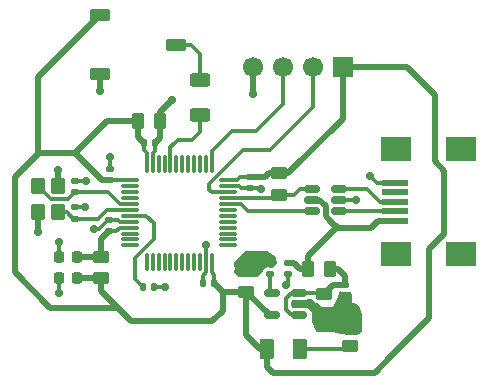
<source format=gtl>
%TF.GenerationSoftware,KiCad,Pcbnew,9.0.5*%
%TF.CreationDate,2025-11-09T16:32:06+01:00*%
%TF.ProjectId,PTP,5054502e-6b69-4636-9164-5f7063625858,rev?*%
%TF.SameCoordinates,Original*%
%TF.FileFunction,Copper,L1,Top*%
%TF.FilePolarity,Positive*%
%FSLAX46Y46*%
G04 Gerber Fmt 4.6, Leading zero omitted, Abs format (unit mm)*
G04 Created by KiCad (PCBNEW 9.0.5) date 2025-11-09 16:32:06*
%MOMM*%
%LPD*%
G01*
G04 APERTURE LIST*
G04 Aperture macros list*
%AMRoundRect*
0 Rectangle with rounded corners*
0 $1 Rounding radius*
0 $2 $3 $4 $5 $6 $7 $8 $9 X,Y pos of 4 corners*
0 Add a 4 corners polygon primitive as box body*
4,1,4,$2,$3,$4,$5,$6,$7,$8,$9,$2,$3,0*
0 Add four circle primitives for the rounded corners*
1,1,$1+$1,$2,$3*
1,1,$1+$1,$4,$5*
1,1,$1+$1,$6,$7*
1,1,$1+$1,$8,$9*
0 Add four rect primitives between the rounded corners*
20,1,$1+$1,$2,$3,$4,$5,0*
20,1,$1+$1,$4,$5,$6,$7,0*
20,1,$1+$1,$6,$7,$8,$9,0*
20,1,$1+$1,$8,$9,$2,$3,0*%
G04 Aperture macros list end*
%TA.AperFunction,SMDPad,CuDef*%
%ADD10R,2.300000X0.500000*%
%TD*%
%TA.AperFunction,SMDPad,CuDef*%
%ADD11R,2.299996X0.500000*%
%TD*%
%TA.AperFunction,SMDPad,CuDef*%
%ADD12R,2.500000X2.000000*%
%TD*%
%TA.AperFunction,SMDPad,CuDef*%
%ADD13R,2.500000X1.999992*%
%TD*%
%TA.AperFunction,SMDPad,CuDef*%
%ADD14RoundRect,0.140000X0.170000X-0.140000X0.170000X0.140000X-0.170000X0.140000X-0.170000X-0.140000X0*%
%TD*%
%TA.AperFunction,SMDPad,CuDef*%
%ADD15RoundRect,0.140000X-0.170000X0.140000X-0.170000X-0.140000X0.170000X-0.140000X0.170000X0.140000X0*%
%TD*%
%TA.AperFunction,SMDPad,CuDef*%
%ADD16RoundRect,0.140000X0.140000X0.170000X-0.140000X0.170000X-0.140000X-0.170000X0.140000X-0.170000X0*%
%TD*%
%TA.AperFunction,SMDPad,CuDef*%
%ADD17RoundRect,0.150000X0.512500X0.150000X-0.512500X0.150000X-0.512500X-0.150000X0.512500X-0.150000X0*%
%TD*%
%TA.AperFunction,SMDPad,CuDef*%
%ADD18RoundRect,0.250000X0.450000X-0.262500X0.450000X0.262500X-0.450000X0.262500X-0.450000X-0.262500X0*%
%TD*%
%TA.AperFunction,SMDPad,CuDef*%
%ADD19RoundRect,0.225000X0.225000X0.250000X-0.225000X0.250000X-0.225000X-0.250000X0.225000X-0.250000X0*%
%TD*%
%TA.AperFunction,SMDPad,CuDef*%
%ADD20RoundRect,0.140000X-0.140000X-0.170000X0.140000X-0.170000X0.140000X0.170000X-0.140000X0.170000X0*%
%TD*%
%TA.AperFunction,SMDPad,CuDef*%
%ADD21RoundRect,0.250000X-0.350000X0.450000X-0.350000X-0.450000X0.350000X-0.450000X0.350000X0.450000X0*%
%TD*%
%TA.AperFunction,SMDPad,CuDef*%
%ADD22RoundRect,0.250000X-0.450000X0.262500X-0.450000X-0.262500X0.450000X-0.262500X0.450000X0.262500X0*%
%TD*%
%TA.AperFunction,SMDPad,CuDef*%
%ADD23RoundRect,0.250000X-0.262500X-0.450000X0.262500X-0.450000X0.262500X0.450000X-0.262500X0.450000X0*%
%TD*%
%TA.AperFunction,SMDPad,CuDef*%
%ADD24RoundRect,0.075000X-0.662500X-0.075000X0.662500X-0.075000X0.662500X0.075000X-0.662500X0.075000X0*%
%TD*%
%TA.AperFunction,SMDPad,CuDef*%
%ADD25RoundRect,0.075000X-0.075000X-0.662500X0.075000X-0.662500X0.075000X0.662500X-0.075000X0.662500X0*%
%TD*%
%TA.AperFunction,SMDPad,CuDef*%
%ADD26RoundRect,0.250000X0.375000X0.625000X-0.375000X0.625000X-0.375000X-0.625000X0.375000X-0.625000X0*%
%TD*%
%TA.AperFunction,ComponentPad*%
%ADD27R,1.700000X1.700000*%
%TD*%
%TA.AperFunction,ComponentPad*%
%ADD28C,1.700000*%
%TD*%
%TA.AperFunction,SMDPad,CuDef*%
%ADD29RoundRect,0.250000X-0.625000X0.312500X-0.625000X-0.312500X0.625000X-0.312500X0.625000X0.312500X0*%
%TD*%
%TA.AperFunction,SMDPad,CuDef*%
%ADD30RoundRect,0.050000X-0.800000X0.450000X-0.800000X-0.450000X0.800000X-0.450000X0.800000X0.450000X0*%
%TD*%
%TA.AperFunction,ViaPad*%
%ADD31C,0.700000*%
%TD*%
%TA.AperFunction,Conductor*%
%ADD32C,0.500000*%
%TD*%
%TA.AperFunction,Conductor*%
%ADD33C,0.300000*%
%TD*%
G04 APERTURE END LIST*
D10*
%TO.P,CON1,1,VCC*%
%TO.N,+VCC*%
X220500000Y-117900000D03*
%TO.P,CON1,2,D-*%
%TO.N,/D-*%
X220500000Y-117100000D03*
%TO.P,CON1,3,D+*%
%TO.N,/D+*%
X220500000Y-116300000D03*
D11*
%TO.P,CON1,4,ID*%
%TO.N,unconnected-(CON1-ID-Pad4)*%
X220500002Y-115500000D03*
D10*
%TO.P,CON1,5,GND*%
%TO.N,GND*%
X220500000Y-114700000D03*
D12*
%TO.P,CON1,6,EH*%
%TO.N,unconnected-(CON1-EH-Pad6)*%
X220600000Y-120750000D03*
D13*
X226100000Y-120750000D03*
D12*
X220600000Y-111850000D03*
D13*
X226100000Y-111850000D03*
%TD*%
D14*
%TO.P,C11,1*%
%TO.N,/HSE_OUT*%
X193450000Y-117730000D03*
%TO.P,C11,2*%
%TO.N,GND*%
X193450000Y-116770000D03*
%TD*%
D15*
%TO.P,C4,1*%
%TO.N,+3V3*%
X208200000Y-114200000D03*
%TO.P,C4,2*%
%TO.N,GND*%
X208200000Y-115160000D03*
%TD*%
D14*
%TO.P,C15,1*%
%TO.N,/BP*%
X209912500Y-122460000D03*
%TO.P,C15,2*%
%TO.N,GND*%
X209912500Y-121500000D03*
%TD*%
D16*
%TO.P,C9,1*%
%TO.N,GND*%
X200110000Y-123500000D03*
%TO.P,C9,2*%
%TO.N,/NRST*%
X199150000Y-123500000D03*
%TD*%
D17*
%TO.P,U2,1,I/O1*%
%TO.N,/D-*%
X215800000Y-117100000D03*
%TO.P,U2,2,GND*%
%TO.N,GND*%
X215800000Y-116150000D03*
%TO.P,U2,3,I/O2*%
%TO.N,/D+*%
X215800000Y-115200000D03*
%TO.P,U2,4,I/O2*%
%TO.N,/USB_D+*%
X213525000Y-115200000D03*
%TO.P,U2,5,VBUS*%
%TO.N,+VCC*%
X213525000Y-116150000D03*
%TO.P,U2,6,I/O1*%
%TO.N,/USB_D-*%
X213525000Y-117100000D03*
%TD*%
D18*
%TO.P,C16,1*%
%TO.N,+3V3*%
X207912500Y-123912500D03*
%TO.P,C16,2*%
%TO.N,GND*%
X207912500Y-122087500D03*
%TD*%
%TO.P,R4,1*%
%TO.N,/PWR_LED_K*%
X216700000Y-128512500D03*
%TO.P,R4,2*%
%TO.N,GND*%
X216700000Y-126687500D03*
%TD*%
D19*
%TO.P,C8,1*%
%TO.N,+3V3*%
X193600000Y-122787500D03*
%TO.P,C8,2*%
%TO.N,GND*%
X192050000Y-122787500D03*
%TD*%
D14*
%TO.P,C10,1*%
%TO.N,/HSE_IN*%
X193450000Y-115480000D03*
%TO.P,C10,2*%
%TO.N,GND*%
X193450000Y-114520000D03*
%TD*%
D20*
%TO.P,C2,1*%
%TO.N,+3V3*%
X199240000Y-111300000D03*
%TO.P,C2,2*%
%TO.N,GND*%
X200200000Y-111300000D03*
%TD*%
D19*
%TO.P,C7,1*%
%TO.N,+3V3A*%
X193600000Y-121000000D03*
%TO.P,C7,2*%
%TO.N,GND*%
X192050000Y-121000000D03*
%TD*%
D16*
%TO.P,C5,1*%
%TO.N,+3V3*%
X205200000Y-123200000D03*
%TO.P,C5,2*%
%TO.N,GND*%
X204240000Y-123200000D03*
%TD*%
D21*
%TO.P,Y1,1,1*%
%TO.N,/HSE_IN*%
X190300000Y-115000000D03*
%TO.P,Y1,2,2*%
%TO.N,GND*%
X190300000Y-117200000D03*
%TO.P,Y1,3,3*%
%TO.N,/HSE_OUT*%
X192000000Y-117200000D03*
%TO.P,Y1,4,4*%
%TO.N,GND*%
X192000000Y-115000000D03*
%TD*%
D22*
%TO.P,R2,1*%
%TO.N,+3V3*%
X210700000Y-113887500D03*
%TO.P,R2,2*%
%TO.N,/USB_D+*%
X210700000Y-115712500D03*
%TD*%
D23*
%TO.P,C1,1*%
%TO.N,+3V3*%
X198787500Y-109500000D03*
%TO.P,C1,2*%
%TO.N,GND*%
X200612500Y-109500000D03*
%TD*%
D24*
%TO.P,U1,1,VBAT*%
%TO.N,+3V3*%
X198087500Y-114500000D03*
%TO.P,U1,2,PC13*%
%TO.N,unconnected-(U1-PC13-Pad2)*%
X198087500Y-115000000D03*
%TO.P,U1,3,PC14*%
%TO.N,unconnected-(U1-PC14-Pad3)*%
X198087500Y-115500000D03*
%TO.P,U1,4,PC15*%
%TO.N,unconnected-(U1-PC15-Pad4)*%
X198087500Y-116000000D03*
%TO.P,U1,5,PD0*%
%TO.N,/HSE_IN*%
X198087500Y-116500000D03*
%TO.P,U1,6,PD1*%
%TO.N,/HSE_OUT*%
X198087500Y-117000000D03*
%TO.P,U1,7,NRST*%
%TO.N,/NRST*%
X198087500Y-117500000D03*
%TO.P,U1,8,VSSA*%
%TO.N,GND*%
X198087500Y-118000000D03*
%TO.P,U1,9,VDDA*%
%TO.N,+3V3A*%
X198087500Y-118500000D03*
%TO.P,U1,10,PA0*%
%TO.N,unconnected-(U1-PA0-Pad10)*%
X198087500Y-119000000D03*
%TO.P,U1,11,PA1*%
%TO.N,unconnected-(U1-PA1-Pad11)*%
X198087500Y-119500000D03*
%TO.P,U1,12,PA2*%
%TO.N,unconnected-(U1-PA2-Pad12)*%
X198087500Y-120000000D03*
D25*
%TO.P,U1,13,PA3*%
%TO.N,unconnected-(U1-PA3-Pad13)*%
X199500000Y-121412500D03*
%TO.P,U1,14,PA4*%
%TO.N,unconnected-(U1-PA4-Pad14)*%
X200000000Y-121412500D03*
%TO.P,U1,15,PA5*%
%TO.N,unconnected-(U1-PA5-Pad15)*%
X200500000Y-121412500D03*
%TO.P,U1,16,PA6*%
%TO.N,unconnected-(U1-PA6-Pad16)*%
X201000000Y-121412500D03*
%TO.P,U1,17,PA7*%
%TO.N,unconnected-(U1-PA7-Pad17)*%
X201500000Y-121412500D03*
%TO.P,U1,18,PB0*%
%TO.N,unconnected-(U1-PB0-Pad18)*%
X202000000Y-121412500D03*
%TO.P,U1,19,PB1*%
%TO.N,unconnected-(U1-PB1-Pad19)*%
X202500000Y-121412500D03*
%TO.P,U1,20,PB2*%
%TO.N,unconnected-(U1-PB2-Pad20)*%
X203000000Y-121412500D03*
%TO.P,U1,21,PB10*%
%TO.N,unconnected-(U1-PB10-Pad21)*%
X203500000Y-121412500D03*
%TO.P,U1,22,PB11*%
%TO.N,unconnected-(U1-PB11-Pad22)*%
X204000000Y-121412500D03*
%TO.P,U1,23,VSS_1*%
%TO.N,GND*%
X204500000Y-121412500D03*
%TO.P,U1,24,VDD_1*%
%TO.N,+3V3*%
X205000000Y-121412500D03*
D24*
%TO.P,U1,25,PB12*%
%TO.N,unconnected-(U1-PB12-Pad25)*%
X206412500Y-120000000D03*
%TO.P,U1,26,PB13*%
%TO.N,unconnected-(U1-PB13-Pad26)*%
X206412500Y-119500000D03*
%TO.P,U1,27,PB14*%
%TO.N,unconnected-(U1-PB14-Pad27)*%
X206412500Y-119000000D03*
%TO.P,U1,28,PB15*%
%TO.N,unconnected-(U1-PB15-Pad28)*%
X206412500Y-118500000D03*
%TO.P,U1,29,PA8*%
%TO.N,unconnected-(U1-PA8-Pad29)*%
X206412500Y-118000000D03*
%TO.P,U1,30,PA9*%
%TO.N,unconnected-(U1-PA9-Pad30)*%
X206412500Y-117500000D03*
%TO.P,U1,31,PA10*%
%TO.N,unconnected-(U1-PA10-Pad31)*%
X206412500Y-117000000D03*
%TO.P,U1,32,PA11*%
%TO.N,/USB_D-*%
X206412500Y-116500000D03*
%TO.P,U1,33,PA12*%
%TO.N,/USB_D+*%
X206412500Y-116000000D03*
%TO.P,U1,34,PA13*%
%TO.N,/SWDIO*%
X206412500Y-115500000D03*
%TO.P,U1,35,VSS_2*%
%TO.N,GND*%
X206412500Y-115000000D03*
%TO.P,U1,36,VDD_2*%
%TO.N,+3V3*%
X206412500Y-114500000D03*
D25*
%TO.P,U1,37,PA14*%
%TO.N,/SWCLK*%
X205000000Y-113087500D03*
%TO.P,U1,38,PA15*%
%TO.N,unconnected-(U1-PA15-Pad38)*%
X204500000Y-113087500D03*
%TO.P,U1,39,PB3*%
%TO.N,unconnected-(U1-PB3-Pad39)*%
X204000000Y-113087500D03*
%TO.P,U1,40,PB4*%
%TO.N,unconnected-(U1-PB4-Pad40)*%
X203500000Y-113087500D03*
%TO.P,U1,41,PB5*%
%TO.N,unconnected-(U1-PB5-Pad41)*%
X203000000Y-113087500D03*
%TO.P,U1,42,PB6*%
%TO.N,unconnected-(U1-PB6-Pad42)*%
X202500000Y-113087500D03*
%TO.P,U1,43,PB7*%
%TO.N,unconnected-(U1-PB7-Pad43)*%
X202000000Y-113087500D03*
%TO.P,U1,44,BOOT0*%
%TO.N,/BOOT0*%
X201500000Y-113087500D03*
%TO.P,U1,45,PB8*%
%TO.N,unconnected-(U1-PB8-Pad45)*%
X201000000Y-113087500D03*
%TO.P,U1,46,PB9*%
%TO.N,unconnected-(U1-PB9-Pad46)*%
X200500000Y-113087500D03*
%TO.P,U1,47,VSS_3*%
%TO.N,GND*%
X200000000Y-113087500D03*
%TO.P,U1,48,VDD_3*%
%TO.N,+3V3*%
X199500000Y-113087500D03*
%TD*%
D14*
%TO.P,C6,1*%
%TO.N,+3V3A*%
X196300000Y-118780000D03*
%TO.P,C6,2*%
%TO.N,GND*%
X196300000Y-117820000D03*
%TD*%
D22*
%TO.P,C14,1*%
%TO.N,/IN*%
X214525000Y-124100000D03*
%TO.P,C14,2*%
%TO.N,GND*%
X214525000Y-125925000D03*
%TD*%
D26*
%TO.P,D1,1,K*%
%TO.N,/PWR_LED_K*%
X212450000Y-128800000D03*
%TO.P,D1,2,A*%
%TO.N,+3V3*%
X209650000Y-128800000D03*
%TD*%
D14*
%TO.P,C3,1*%
%TO.N,+3V3*%
X196400000Y-114500000D03*
%TO.P,C3,2*%
%TO.N,GND*%
X196400000Y-113540000D03*
%TD*%
D27*
%TO.P,J1,1,Pin_1*%
%TO.N,+3V3*%
X216080000Y-104900000D03*
D28*
%TO.P,J1,2,Pin_2*%
%TO.N,/SWDIO*%
X213540000Y-104900000D03*
%TO.P,J1,3,Pin_3*%
%TO.N,/SWCLK*%
X211000000Y-104900000D03*
%TO.P,J1,4,Pin_4*%
%TO.N,GND*%
X208460000Y-104900000D03*
%TD*%
D17*
%TO.P,U3,1,IN*%
%TO.N,/IN*%
X212412500Y-125900000D03*
%TO.P,U3,2,GND*%
%TO.N,GND*%
X212412500Y-124950000D03*
%TO.P,U3,3,EN*%
%TO.N,/IN*%
X212412500Y-124000000D03*
%TO.P,U3,4,BP*%
%TO.N,/BP*%
X210137500Y-124000000D03*
%TO.P,U3,5,OUT*%
%TO.N,+3V3*%
X210137500Y-125900000D03*
%TD*%
D22*
%TO.P,FB1,1*%
%TO.N,+3V3A*%
X195600000Y-120975000D03*
%TO.P,FB1,2*%
%TO.N,+3V3*%
X195600000Y-122800000D03*
%TD*%
D29*
%TO.P,R1,1*%
%TO.N,/SW_BOOT0*%
X204000000Y-106037500D03*
%TO.P,R1,2*%
%TO.N,/BOOT0*%
X204000000Y-108962500D03*
%TD*%
D23*
%TO.P,R3,1*%
%TO.N,+VCC*%
X213162500Y-122000000D03*
%TO.P,R3,2*%
%TO.N,/IN*%
X214987500Y-122000000D03*
%TD*%
D30*
%TO.P,SW1,1,A*%
%TO.N,+3V3*%
X195500000Y-100500000D03*
%TO.P,SW1,2,B*%
%TO.N,/SW_BOOT0*%
X202000000Y-103000000D03*
%TO.P,SW1,3,C*%
%TO.N,GND*%
X195500000Y-105500000D03*
%TD*%
D15*
%TO.P,C13,1*%
%TO.N,/IN*%
X216275000Y-123350000D03*
%TO.P,C13,2*%
%TO.N,GND*%
X216275000Y-124310000D03*
%TD*%
%TO.P,C12,1*%
%TO.N,+VCC*%
X211412500Y-121500000D03*
%TO.P,C12,2*%
%TO.N,GND*%
X211412500Y-122460000D03*
%TD*%
D31*
%TO.N,GND*%
X201000000Y-123500000D03*
X209000000Y-120950000D03*
X192050000Y-119750000D03*
X217250000Y-116150000D03*
X201600000Y-107700000D03*
X204500000Y-120000000D03*
X190300000Y-118850000D03*
X218400000Y-114100000D03*
X192050000Y-124000000D03*
X192000000Y-113600000D03*
X209200000Y-115200000D03*
X217000000Y-125500000D03*
X211250000Y-123350000D03*
X208250000Y-120950000D03*
X214550000Y-126900000D03*
X196400000Y-112500000D03*
X195000000Y-118600000D03*
X194300000Y-116750000D03*
X195500000Y-106900000D03*
X208450000Y-107200000D03*
X194330000Y-114520000D03*
X216050000Y-125500000D03*
%TD*%
D32*
%TO.N,+3V3*%
X221500000Y-104900000D02*
X216080000Y-104900000D01*
X223900000Y-107300000D02*
X221500000Y-104900000D01*
X223900000Y-112900000D02*
X223900000Y-107300000D01*
X224700000Y-113700000D02*
X223900000Y-112900000D01*
X224700000Y-119050000D02*
X224700000Y-113700000D01*
X223400000Y-120350000D02*
X224700000Y-119050000D01*
X220200000Y-129400000D02*
X220200000Y-129350000D01*
X218800000Y-130800000D02*
X220200000Y-129400000D01*
X220200000Y-129350000D02*
X223400000Y-126150000D01*
X209650000Y-130300000D02*
X210150000Y-130800000D01*
X209650000Y-128800000D02*
X209650000Y-130300000D01*
X223400000Y-126150000D02*
X223400000Y-120350000D01*
X210150000Y-130800000D02*
X218800000Y-130800000D01*
%TO.N,+VCC*%
X218500000Y-118500000D02*
X215635400Y-118500000D01*
X215635400Y-118500000D02*
X215035400Y-117900000D01*
X219100000Y-117900000D02*
X218500000Y-118500000D01*
X220500000Y-117900000D02*
X219100000Y-117900000D01*
X215617700Y-118482300D02*
X213162500Y-120937500D01*
X213162500Y-120937500D02*
X213162500Y-122000000D01*
X215035400Y-117900000D02*
X215617700Y-118482300D01*
D33*
%TO.N,+3V3*%
X199500000Y-112200000D02*
X199240000Y-111940000D01*
D32*
X188300000Y-114200000D02*
X190250000Y-112250000D01*
X207912500Y-123912500D02*
X205912500Y-123912500D01*
D33*
X205000000Y-121412500D02*
X205000000Y-122300000D01*
D32*
X198787500Y-109500000D02*
X196100000Y-109500000D01*
X193400000Y-112200000D02*
X195700000Y-114500000D01*
X209900000Y-125900000D02*
X207912500Y-123912500D01*
D33*
X207400000Y-114200000D02*
X208200000Y-114200000D01*
X207100000Y-114500000D02*
X207400000Y-114200000D01*
D32*
X193612500Y-122800000D02*
X193600000Y-122787500D01*
D33*
X206412500Y-114500000D02*
X207100000Y-114500000D01*
D32*
X188300000Y-122300000D02*
X188300000Y-114200000D01*
X195700000Y-114500000D02*
X196400000Y-114500000D01*
X209500000Y-114200000D02*
X208200000Y-114200000D01*
X195500000Y-100500000D02*
X190250000Y-105750000D01*
X210700000Y-113887500D02*
X211462500Y-113887500D01*
X207912500Y-127612500D02*
X207912500Y-123912500D01*
X209100000Y-128800000D02*
X207912500Y-127612500D01*
X209812500Y-113887500D02*
X209500000Y-114200000D01*
X211462500Y-113887500D02*
X216080000Y-109270000D01*
X191325000Y-125325000D02*
X188300000Y-122300000D01*
D33*
X205000000Y-122300000D02*
X205200000Y-122500000D01*
X198087500Y-114500000D02*
X196400000Y-114500000D01*
D32*
X205912500Y-125537500D02*
X205050000Y-126400000D01*
X198787500Y-109500000D02*
X198787500Y-110847500D01*
X205912500Y-123912500D02*
X205200000Y-123200000D01*
D33*
X199240000Y-111940000D02*
X199240000Y-111300000D01*
D32*
X205050000Y-126400000D02*
X198150000Y-126400000D01*
X210700000Y-113887500D02*
X209812500Y-113887500D01*
D33*
X205200000Y-122500000D02*
X205200000Y-123200000D01*
D32*
X196100000Y-109500000D02*
X193400000Y-112200000D01*
X205912500Y-123912500D02*
X205912500Y-125537500D01*
X197075000Y-125325000D02*
X195600000Y-123850000D01*
X216080000Y-109270000D02*
X216080000Y-104900000D01*
X197075000Y-125325000D02*
X191325000Y-125325000D01*
X190250000Y-112200000D02*
X193400000Y-112200000D01*
X198150000Y-126400000D02*
X197075000Y-125325000D01*
X195600000Y-123850000D02*
X195600000Y-122800000D01*
X198787500Y-110847500D02*
X199240000Y-111300000D01*
X210137500Y-125900000D02*
X209900000Y-125900000D01*
X209650000Y-128800000D02*
X209100000Y-128800000D01*
X190250000Y-112250000D02*
X190250000Y-112200000D01*
X190250000Y-105750000D02*
X190250000Y-112200000D01*
D33*
X199500000Y-113087500D02*
X199500000Y-112200000D01*
D32*
X195600000Y-122800000D02*
X193612500Y-122800000D01*
D33*
%TO.N,GND*%
X194330000Y-114520000D02*
X193450000Y-114520000D01*
X195471740Y-118600000D02*
X195000000Y-118600000D01*
X192050000Y-122787500D02*
X192050000Y-124000000D01*
X204240000Y-122560000D02*
X204240000Y-123200000D01*
D32*
X200612500Y-109500000D02*
X200612500Y-108687500D01*
D33*
X211412500Y-123187500D02*
X211250000Y-123350000D01*
X219000000Y-114700000D02*
X218400000Y-114100000D01*
D32*
X192000000Y-115000000D02*
X192000000Y-113600000D01*
D33*
X194300000Y-116750000D02*
X194280000Y-116770000D01*
D32*
X200612500Y-110887500D02*
X200200000Y-111300000D01*
D33*
X204500000Y-121412500D02*
X204500000Y-122300000D01*
X196400000Y-113540000D02*
X196400000Y-112500000D01*
X211412500Y-122460000D02*
X211412500Y-123187500D01*
X208200000Y-115160000D02*
X209160000Y-115160000D01*
X192050000Y-121037500D02*
X192050000Y-119750000D01*
D32*
X208460000Y-104900000D02*
X208460000Y-107190000D01*
D33*
X200110000Y-123500000D02*
X201000000Y-123500000D01*
X200000000Y-113087500D02*
X200000000Y-112200000D01*
X217250000Y-116150000D02*
X215800000Y-116150000D01*
X204500000Y-122300000D02*
X204240000Y-122560000D01*
X200000000Y-112200000D02*
X200200000Y-112000000D01*
D32*
X208460000Y-107190000D02*
X208450000Y-107200000D01*
D33*
X206412500Y-115000000D02*
X207300000Y-115000000D01*
X209160000Y-115160000D02*
X209200000Y-115200000D01*
X196251740Y-117820000D02*
X195471740Y-118600000D01*
X196300000Y-117820000D02*
X196251740Y-117820000D01*
D32*
X195500000Y-105500000D02*
X195500000Y-106900000D01*
X200612500Y-109500000D02*
X200612500Y-110887500D01*
X200612500Y-108687500D02*
X201600000Y-107700000D01*
X190300000Y-117200000D02*
X190300000Y-118850000D01*
D33*
X194280000Y-116770000D02*
X193450000Y-116770000D01*
X207300000Y-115000000D02*
X207460000Y-115160000D01*
X220500000Y-114700000D02*
X219000000Y-114700000D01*
X197020000Y-117820000D02*
X196300000Y-117820000D01*
X204500000Y-121412500D02*
X204500000Y-120000000D01*
X197200000Y-118000000D02*
X197020000Y-117820000D01*
X207460000Y-115160000D02*
X208200000Y-115160000D01*
X200200000Y-112000000D02*
X200200000Y-111300000D01*
X198087500Y-118000000D02*
X197200000Y-118000000D01*
D32*
%TO.N,+3V3A*%
X195600000Y-120975000D02*
X193625000Y-120975000D01*
D33*
X198087500Y-118500000D02*
X197200000Y-118500000D01*
D32*
X195600000Y-119480000D02*
X196300000Y-118780000D01*
D33*
X196920000Y-118780000D02*
X196300000Y-118780000D01*
D32*
X193625000Y-120975000D02*
X193600000Y-121000000D01*
D33*
X197200000Y-118500000D02*
X196920000Y-118780000D01*
D32*
X195600000Y-120975000D02*
X195600000Y-119480000D01*
D33*
%TO.N,/NRST*%
X198520466Y-122870466D02*
X199150000Y-123500000D01*
X199450000Y-117500000D02*
X200100000Y-118150000D01*
X198520466Y-121050000D02*
X198520466Y-122870466D01*
X198087500Y-117500000D02*
X199450000Y-117500000D01*
X200100000Y-119470466D02*
X198520466Y-121050000D01*
X200100000Y-118150000D02*
X200100000Y-119470466D01*
%TO.N,/HSE_IN*%
X192830000Y-116100000D02*
X191400000Y-116100000D01*
X197200000Y-116500000D02*
X196180000Y-115480000D01*
X191400000Y-116100000D02*
X190300000Y-115000000D01*
X196180000Y-115480000D02*
X193450000Y-115480000D01*
X198087500Y-116500000D02*
X197200000Y-116500000D01*
X193450000Y-115480000D02*
X192830000Y-116100000D01*
%TO.N,/HSE_OUT*%
X192700000Y-117200000D02*
X192000000Y-117200000D01*
X193230000Y-117730000D02*
X192700000Y-117200000D01*
X198087500Y-117000000D02*
X196100000Y-117000000D01*
X193450000Y-117730000D02*
X193230000Y-117730000D01*
X195370000Y-117730000D02*
X193450000Y-117730000D01*
X196100000Y-117000000D02*
X195370000Y-117730000D01*
D32*
%TO.N,+VCC*%
X211937500Y-121500000D02*
X211412500Y-121500000D01*
X214638500Y-117503100D02*
X214638500Y-116696900D01*
X214091600Y-116150000D02*
X213525000Y-116150000D01*
X215035400Y-117900000D02*
X214638500Y-117503100D01*
X212437500Y-122000000D02*
X213162500Y-122000000D01*
X214638500Y-116696900D02*
X214091600Y-116150000D01*
X211937500Y-121500000D02*
X212437500Y-122000000D01*
D33*
%TO.N,/IN*%
X212412500Y-125900000D02*
X211750000Y-125900000D01*
X211750000Y-124000000D02*
X212412500Y-124000000D01*
D32*
X215275000Y-123350000D02*
X214525000Y-124100000D01*
X214987500Y-122000000D02*
X215700000Y-122000000D01*
X215700000Y-122000000D02*
X216275000Y-122575000D01*
D33*
X211750000Y-125900000D02*
X211300000Y-125450000D01*
X214525000Y-124100000D02*
X214425000Y-124000000D01*
D32*
X216275000Y-123350000D02*
X215275000Y-123350000D01*
D33*
X214525000Y-124100000D02*
X215000000Y-124100000D01*
X211300000Y-125450000D02*
X211300000Y-124450000D01*
X211300000Y-124450000D02*
X211750000Y-124000000D01*
D32*
X216275000Y-122575000D02*
X216275000Y-123350000D01*
D33*
X214425000Y-124000000D02*
X212412500Y-124000000D01*
%TO.N,/BP*%
X209912500Y-122460000D02*
X209912500Y-123775000D01*
X209912500Y-123775000D02*
X210137500Y-124000000D01*
%TO.N,/PWR_LED_K*%
X216412500Y-128800000D02*
X216700000Y-128512500D01*
X212450000Y-128800000D02*
X216412500Y-128800000D01*
%TO.N,/SWCLK*%
X208700000Y-110300000D02*
X211000000Y-108000000D01*
X205000000Y-113087500D02*
X205000000Y-112000000D01*
X211000000Y-108000000D02*
X211000000Y-104900000D01*
X206700000Y-110300000D02*
X208700000Y-110300000D01*
X205000000Y-112000000D02*
X206700000Y-110300000D01*
%TO.N,/SWDIO*%
X209900000Y-111900000D02*
X213540000Y-108260000D01*
X204800000Y-114770466D02*
X207670466Y-111900000D01*
X204800000Y-115300000D02*
X204800000Y-114770466D01*
X205000000Y-115500000D02*
X204800000Y-115300000D01*
X206412500Y-115500000D02*
X205000000Y-115500000D01*
X213540000Y-108260000D02*
X213540000Y-104900000D01*
X207670466Y-111900000D02*
X209900000Y-111900000D01*
%TO.N,/BOOT0*%
X201500000Y-113087500D02*
X201500000Y-112200000D01*
X204000000Y-110400000D02*
X204000000Y-108962500D01*
X203300000Y-111100000D02*
X203200000Y-111100000D01*
X201900000Y-111300000D02*
X202100000Y-111100000D01*
X201500000Y-111700000D02*
X201900000Y-111300000D01*
X202100000Y-111100000D02*
X203200000Y-111100000D01*
X204000000Y-110400000D02*
X203300000Y-111100000D01*
X201500000Y-112200000D02*
X201500000Y-111700000D01*
%TO.N,/SW_BOOT0*%
X203937500Y-106037500D02*
X203900000Y-106000000D01*
X202000000Y-103000000D02*
X203200000Y-103000000D01*
X203200000Y-103000000D02*
X204000000Y-103800000D01*
X204000000Y-103800000D02*
X204000000Y-106037500D01*
X204000000Y-106037500D02*
X203937500Y-106037500D01*
%TO.N,/USB_D+*%
X211987500Y-115712500D02*
X210700000Y-115712500D01*
X213525000Y-115200000D02*
X212500000Y-115200000D01*
X210412500Y-116000000D02*
X210700000Y-115712500D01*
X206412500Y-116000000D02*
X210412500Y-116000000D01*
X212500000Y-115200000D02*
X211987500Y-115712500D01*
%TO.N,/USB_D-*%
X208100000Y-117100000D02*
X207500000Y-116500000D01*
X207500000Y-116500000D02*
X206412500Y-116500000D01*
X213525000Y-117100000D02*
X208100000Y-117100000D01*
%TO.N,/D+*%
X219200000Y-116300000D02*
X218100000Y-115200000D01*
X218100000Y-115200000D02*
X215800000Y-115200000D01*
X220500000Y-116300000D02*
X219200000Y-116300000D01*
%TO.N,/D-*%
X220500000Y-117100000D02*
X215800000Y-117100000D01*
%TD*%
%TA.AperFunction,Conductor*%
%TO.N,GND*%
G36*
X209637845Y-120519685D02*
G01*
X209638861Y-120520344D01*
X210397812Y-121018627D01*
X210443049Y-121071875D01*
X210452774Y-121106706D01*
X210501725Y-121493441D01*
X210503531Y-121507709D01*
X210492420Y-121576690D01*
X210474220Y-121604488D01*
X210270129Y-121839995D01*
X210211349Y-121877766D01*
X210164844Y-121882245D01*
X210135570Y-121879500D01*
X210135566Y-121879500D01*
X209904290Y-121879500D01*
X209880050Y-121877108D01*
X209693864Y-121839995D01*
X209655948Y-121832437D01*
X209655947Y-121832437D01*
X209597183Y-121891166D01*
X209550488Y-121920498D01*
X209534343Y-121926148D01*
X209427501Y-122005001D01*
X209348647Y-122111844D01*
X209343088Y-122127731D01*
X209313703Y-122174482D01*
X208880082Y-122607852D01*
X208818749Y-122641319D01*
X208792882Y-122644144D01*
X207257568Y-122649788D01*
X207190456Y-122630350D01*
X207162686Y-122606162D01*
X206885114Y-122280057D01*
X206856651Y-122216247D01*
X206867205Y-122147179D01*
X206868430Y-122144633D01*
X206950000Y-121980000D01*
X206863143Y-121563086D01*
X206868741Y-121493441D01*
X206894072Y-121452989D01*
X207750758Y-120539190D01*
X207810970Y-120503747D01*
X207841221Y-120500000D01*
X209570806Y-120500000D01*
X209637845Y-120519685D01*
G37*
%TD.AperFunction*%
%TD*%
%TA.AperFunction,Conductor*%
%TO.N,GND*%
G36*
X215964307Y-123907458D02*
G01*
X216022181Y-123927710D01*
X216037057Y-123929105D01*
X216051930Y-123930500D01*
X216051934Y-123930500D01*
X216498070Y-123930500D01*
X216509967Y-123929384D01*
X216527819Y-123927710D01*
X216527828Y-123927706D01*
X216535188Y-123926100D01*
X216535550Y-123927758D01*
X216552913Y-123926869D01*
X216579051Y-123921824D01*
X216591682Y-123924884D01*
X216596105Y-123924658D01*
X216613348Y-123930134D01*
X216768617Y-123992241D01*
X216823551Y-124035415D01*
X216846374Y-124100494D01*
X216890791Y-124899999D01*
X216890792Y-124900000D01*
X217091422Y-124900000D01*
X217158461Y-124919685D01*
X217173077Y-124930681D01*
X217507044Y-125222903D01*
X217544534Y-125281863D01*
X217546636Y-125290240D01*
X217685261Y-125937152D01*
X217688014Y-125963134D01*
X217688014Y-127281273D01*
X217668329Y-127348312D01*
X217629734Y-127386425D01*
X217463213Y-127490501D01*
X217318171Y-127581152D01*
X217252451Y-127600000D01*
X216695730Y-127600000D01*
X216680350Y-127599042D01*
X215909091Y-127502634D01*
X215869017Y-127490501D01*
X215688014Y-127400000D01*
X215688015Y-127400000D01*
X215238014Y-127350000D01*
X213922839Y-127350000D01*
X213855800Y-127330315D01*
X213810045Y-127277511D01*
X213807270Y-127270943D01*
X213496445Y-126471679D01*
X213488014Y-126426736D01*
X213488014Y-125750001D01*
X213488014Y-125750000D01*
X213358326Y-125598697D01*
X213335435Y-125558959D01*
X213327793Y-125537118D01*
X213247150Y-125427850D01*
X213137882Y-125347207D01*
X213137880Y-125347206D01*
X213009700Y-125302353D01*
X212979270Y-125299500D01*
X212979266Y-125299500D01*
X211874500Y-125299500D01*
X211807461Y-125279815D01*
X211761706Y-125227011D01*
X211750500Y-125175500D01*
X211750500Y-124724500D01*
X211770185Y-124657461D01*
X211822989Y-124611706D01*
X211874500Y-124600500D01*
X212979270Y-124600500D01*
X213009699Y-124597646D01*
X213009701Y-124597646D01*
X213095154Y-124567744D01*
X213137882Y-124552793D01*
X213148961Y-124544615D01*
X213214590Y-124520644D01*
X213264791Y-124527784D01*
X213387970Y-124572362D01*
X213567529Y-124637343D01*
X213623869Y-124678666D01*
X213624136Y-124679017D01*
X213682076Y-124755421D01*
X213802656Y-124846860D01*
X213802657Y-124846860D01*
X213802658Y-124846861D01*
X213913387Y-124890527D01*
X213956238Y-124918867D01*
X214150002Y-125115594D01*
X214181186Y-125137052D01*
X214200000Y-125150000D01*
X214200002Y-125150001D01*
X214300000Y-125200000D01*
X214299999Y-125200000D01*
X214304921Y-125200311D01*
X214382780Y-125205234D01*
X215138014Y-125200000D01*
X215338014Y-125050000D01*
X215538014Y-124720000D01*
X215688014Y-124340000D01*
X215765965Y-123997015D01*
X215780649Y-123970705D01*
X215793167Y-123943297D01*
X215797503Y-123940509D01*
X215800016Y-123936009D01*
X215826593Y-123921815D01*
X215851945Y-123905523D01*
X215859000Y-123904508D01*
X215861647Y-123903095D01*
X215886880Y-123900500D01*
X215923352Y-123900500D01*
X215964307Y-123907458D01*
G37*
%TD.AperFunction*%
%TD*%
M02*

</source>
